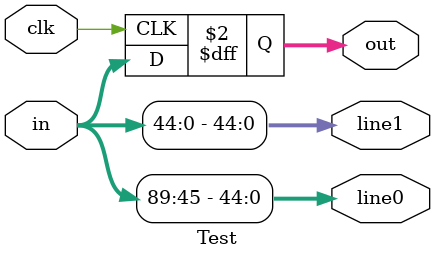
<source format=v>

module t (/*AUTOARG*/
   // Inputs
   clk
   );
   input clk;

   integer 	cyc = 0;

   reg [89:0]	in;

   /*AUTOWIRE*/
   // Beginning of automatic wires (for undeclared instantiated-module outputs)
   wire [89:0] 		out;			// From test of Test.v
   wire [44:0] 		line0;
   wire [44:0] 		line1;
   // End of automatics

   Test test (/*AUTOINST*/
	      // Outputs
	      .out			(out[89:0]),
	      .line0			(line0[44:0]),
	      .line1			(line1[44:0]),
	      // Inputs
	      .clk			(clk),
	      .in			(in[89:0]));

   // Test loop
   always @ (posedge clk) begin
`ifdef TEST_VERBOSE
      $write("[%0t] cyc==%0d in=%x out=%x\n", $time, cyc, in, out);
`endif
      cyc <= cyc + 1;
      if (cyc==0) begin
	 // Setup
	 in <= 90'h3FFFFFFFFFFFFFFFFFFFFFF;
      end
      else if (cyc==10) begin
         if (in==out) begin
	    $write("*-* All Finished *-*\n");
	    $finish;
	 end
	 else begin
	   $write("*-* Failed!! *-*\n");
	    $finish;
	 end
      end
   end

endmodule

module Test (/*AUTOARG*/
   // Outputs
   line0, line1, out,
   // Inputs
   clk, in
   );

   input clk;
   input [89:0] in;

   output reg [44:0]	line0;
   output reg [44:0]	line1;
   output reg [89:0]	out;

   assign  {line0,line1} = in;
   always @(posedge clk) begin
      out <= {line0,line1};
   end
endmodule

</source>
